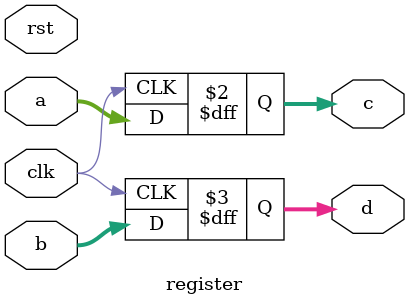
<source format=sv>
module register(
input rst,clk,
input logic [23:0] a,
input logic [23:0] b,
output logic [23:0] c,
output logic [23:0] d
);

always @(posedge clk)
	begin
		/*if(!rst)
			begin
				c <= 24'h000000;
				d <= 24'h000000;
			end
		else*/ 
			begin
				c <= a;
				d <= b;
			end
	end
endmodule	

</source>
